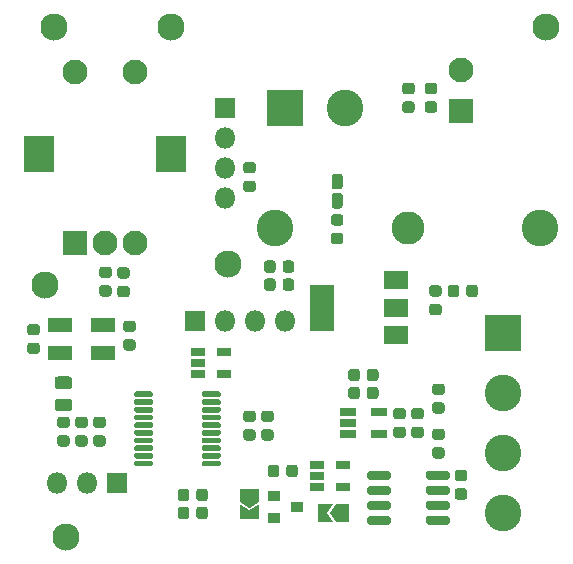
<source format=gbr>
%TF.GenerationSoftware,KiCad,Pcbnew,5.1.6*%
%TF.CreationDate,2020-09-04T20:47:42+02:00*%
%TF.ProjectId,JBC_Nano_Hardware,4a42435f-4e61-46e6-9f5f-486172647761,rev?*%
%TF.SameCoordinates,Original*%
%TF.FileFunction,Soldermask,Top*%
%TF.FilePolarity,Negative*%
%FSLAX46Y46*%
G04 Gerber Fmt 4.6, Leading zero omitted, Abs format (unit mm)*
G04 Created by KiCad (PCBNEW 5.1.6) date 2020-09-04 20:47:42*
%MOMM*%
%LPD*%
G01*
G04 APERTURE LIST*
%ADD10C,2.300000*%
%ADD11R,2.100000X2.100000*%
%ADD12C,2.100000*%
%ADD13C,3.100000*%
%ADD14C,2.800000*%
%ADD15R,3.100000X3.100000*%
%ADD16R,1.800000X1.800000*%
%ADD17O,1.800000X1.800000*%
%ADD18C,0.100000*%
%ADD19R,2.600000X3.100000*%
%ADD20R,1.320000X0.750000*%
%ADD21R,2.000000X1.200000*%
%ADD22R,1.000000X0.900000*%
%ADD23R,1.160000X0.750000*%
%ADD24R,2.100000X3.900000*%
%ADD25R,2.100000X1.600000*%
G04 APERTURE END LIST*
D10*
%TO.C,REF\u002A\u002A*%
X26924000Y-68326000D03*
%TD*%
%TO.C,REF\u002A\u002A*%
X67564000Y-25146000D03*
%TD*%
%TO.C,REF\u002A\u002A*%
X40640000Y-45212000D03*
%TD*%
%TO.C,REF\u002A\u002A*%
X25146000Y-46990000D03*
%TD*%
%TO.C,REF\u002A\u002A*%
X35814000Y-25146000D03*
%TD*%
%TO.C,REF\u002A\u002A*%
X25908000Y-25146000D03*
%TD*%
%TO.C,C1*%
G36*
G01*
X42136750Y-59202500D02*
X42699250Y-59202500D01*
G75*
G02*
X42943000Y-59446250I0J-243750D01*
G01*
X42943000Y-59933750D01*
G75*
G02*
X42699250Y-60177500I-243750J0D01*
G01*
X42136750Y-60177500D01*
G75*
G02*
X41893000Y-59933750I0J243750D01*
G01*
X41893000Y-59446250D01*
G75*
G02*
X42136750Y-59202500I243750J0D01*
G01*
G37*
G36*
G01*
X42136750Y-57627500D02*
X42699250Y-57627500D01*
G75*
G02*
X42943000Y-57871250I0J-243750D01*
G01*
X42943000Y-58358750D01*
G75*
G02*
X42699250Y-58602500I-243750J0D01*
G01*
X42136750Y-58602500D01*
G75*
G02*
X41893000Y-58358750I0J243750D01*
G01*
X41893000Y-57871250D01*
G75*
G02*
X42136750Y-57627500I243750J0D01*
G01*
G37*
%TD*%
%TO.C,C2*%
G36*
G01*
X43660750Y-57627500D02*
X44223250Y-57627500D01*
G75*
G02*
X44467000Y-57871250I0J-243750D01*
G01*
X44467000Y-58358750D01*
G75*
G02*
X44223250Y-58602500I-243750J0D01*
G01*
X43660750Y-58602500D01*
G75*
G02*
X43417000Y-58358750I0J243750D01*
G01*
X43417000Y-57871250D01*
G75*
G02*
X43660750Y-57627500I243750J0D01*
G01*
G37*
G36*
G01*
X43660750Y-59202500D02*
X44223250Y-59202500D01*
G75*
G02*
X44467000Y-59446250I0J-243750D01*
G01*
X44467000Y-59933750D01*
G75*
G02*
X44223250Y-60177500I-243750J0D01*
G01*
X43660750Y-60177500D01*
G75*
G02*
X43417000Y-59933750I0J243750D01*
G01*
X43417000Y-59446250D01*
G75*
G02*
X43660750Y-59202500I243750J0D01*
G01*
G37*
%TD*%
%TO.C,C3*%
G36*
G01*
X31976750Y-51582500D02*
X32539250Y-51582500D01*
G75*
G02*
X32783000Y-51826250I0J-243750D01*
G01*
X32783000Y-52313750D01*
G75*
G02*
X32539250Y-52557500I-243750J0D01*
G01*
X31976750Y-52557500D01*
G75*
G02*
X31733000Y-52313750I0J243750D01*
G01*
X31733000Y-51826250D01*
G75*
G02*
X31976750Y-51582500I243750J0D01*
G01*
G37*
G36*
G01*
X31976750Y-50007500D02*
X32539250Y-50007500D01*
G75*
G02*
X32783000Y-50251250I0J-243750D01*
G01*
X32783000Y-50738750D01*
G75*
G02*
X32539250Y-50982500I-243750J0D01*
G01*
X31976750Y-50982500D01*
G75*
G02*
X31733000Y-50738750I0J243750D01*
G01*
X31733000Y-50251250D01*
G75*
G02*
X31976750Y-50007500I243750J0D01*
G01*
G37*
%TD*%
%TO.C,C4*%
G36*
G01*
X56161250Y-30840500D02*
X55598750Y-30840500D01*
G75*
G02*
X55355000Y-30596750I0J243750D01*
G01*
X55355000Y-30109250D01*
G75*
G02*
X55598750Y-29865500I243750J0D01*
G01*
X56161250Y-29865500D01*
G75*
G02*
X56405000Y-30109250I0J-243750D01*
G01*
X56405000Y-30596750D01*
G75*
G02*
X56161250Y-30840500I-243750J0D01*
G01*
G37*
G36*
G01*
X56161250Y-32415500D02*
X55598750Y-32415500D01*
G75*
G02*
X55355000Y-32171750I0J243750D01*
G01*
X55355000Y-31684250D01*
G75*
G02*
X55598750Y-31440500I243750J0D01*
G01*
X56161250Y-31440500D01*
G75*
G02*
X56405000Y-31684250I0J-243750D01*
G01*
X56405000Y-32171750D01*
G75*
G02*
X56161250Y-32415500I-243750J0D01*
G01*
G37*
%TD*%
%TO.C,C5*%
G36*
G01*
X29436750Y-58135500D02*
X29999250Y-58135500D01*
G75*
G02*
X30243000Y-58379250I0J-243750D01*
G01*
X30243000Y-58866750D01*
G75*
G02*
X29999250Y-59110500I-243750J0D01*
G01*
X29436750Y-59110500D01*
G75*
G02*
X29193000Y-58866750I0J243750D01*
G01*
X29193000Y-58379250D01*
G75*
G02*
X29436750Y-58135500I243750J0D01*
G01*
G37*
G36*
G01*
X29436750Y-59710500D02*
X29999250Y-59710500D01*
G75*
G02*
X30243000Y-59954250I0J-243750D01*
G01*
X30243000Y-60441750D01*
G75*
G02*
X29999250Y-60685500I-243750J0D01*
G01*
X29436750Y-60685500D01*
G75*
G02*
X29193000Y-60441750I0J243750D01*
G01*
X29193000Y-59954250D01*
G75*
G02*
X29436750Y-59710500I243750J0D01*
G01*
G37*
%TD*%
%TO.C,C6*%
G36*
G01*
X24411250Y-52837000D02*
X23848750Y-52837000D01*
G75*
G02*
X23605000Y-52593250I0J243750D01*
G01*
X23605000Y-52105750D01*
G75*
G02*
X23848750Y-51862000I243750J0D01*
G01*
X24411250Y-51862000D01*
G75*
G02*
X24655000Y-52105750I0J-243750D01*
G01*
X24655000Y-52593250D01*
G75*
G02*
X24411250Y-52837000I-243750J0D01*
G01*
G37*
G36*
G01*
X24411250Y-51262000D02*
X23848750Y-51262000D01*
G75*
G02*
X23605000Y-51018250I0J243750D01*
G01*
X23605000Y-50530750D01*
G75*
G02*
X23848750Y-50287000I243750J0D01*
G01*
X24411250Y-50287000D01*
G75*
G02*
X24655000Y-50530750I0J-243750D01*
G01*
X24655000Y-51018250D01*
G75*
G02*
X24411250Y-51262000I-243750J0D01*
G01*
G37*
%TD*%
%TO.C,C7*%
G36*
G01*
X58066250Y-30840500D02*
X57503750Y-30840500D01*
G75*
G02*
X57260000Y-30596750I0J243750D01*
G01*
X57260000Y-30109250D01*
G75*
G02*
X57503750Y-29865500I243750J0D01*
G01*
X58066250Y-29865500D01*
G75*
G02*
X58310000Y-30109250I0J-243750D01*
G01*
X58310000Y-30596750D01*
G75*
G02*
X58066250Y-30840500I-243750J0D01*
G01*
G37*
G36*
G01*
X58066250Y-32415500D02*
X57503750Y-32415500D01*
G75*
G02*
X57260000Y-32171750I0J243750D01*
G01*
X57260000Y-31684250D01*
G75*
G02*
X57503750Y-31440500I243750J0D01*
G01*
X58066250Y-31440500D01*
G75*
G02*
X58310000Y-31684250I0J-243750D01*
G01*
X58310000Y-32171750D01*
G75*
G02*
X58066250Y-32415500I-243750J0D01*
G01*
G37*
%TD*%
%TO.C,C8*%
G36*
G01*
X27912750Y-59710500D02*
X28475250Y-59710500D01*
G75*
G02*
X28719000Y-59954250I0J-243750D01*
G01*
X28719000Y-60441750D01*
G75*
G02*
X28475250Y-60685500I-243750J0D01*
G01*
X27912750Y-60685500D01*
G75*
G02*
X27669000Y-60441750I0J243750D01*
G01*
X27669000Y-59954250D01*
G75*
G02*
X27912750Y-59710500I243750J0D01*
G01*
G37*
G36*
G01*
X27912750Y-58135500D02*
X28475250Y-58135500D01*
G75*
G02*
X28719000Y-58379250I0J-243750D01*
G01*
X28719000Y-58866750D01*
G75*
G02*
X28475250Y-59110500I-243750J0D01*
G01*
X27912750Y-59110500D01*
G75*
G02*
X27669000Y-58866750I0J243750D01*
G01*
X27669000Y-58379250D01*
G75*
G02*
X27912750Y-58135500I243750J0D01*
G01*
G37*
%TD*%
D11*
%TO.C,C9*%
X60325000Y-32258000D03*
D12*
X60325000Y-28758000D03*
%TD*%
%TO.C,C10*%
G36*
G01*
X26388750Y-58135500D02*
X26951250Y-58135500D01*
G75*
G02*
X27195000Y-58379250I0J-243750D01*
G01*
X27195000Y-58866750D01*
G75*
G02*
X26951250Y-59110500I-243750J0D01*
G01*
X26388750Y-59110500D01*
G75*
G02*
X26145000Y-58866750I0J243750D01*
G01*
X26145000Y-58379250D01*
G75*
G02*
X26388750Y-58135500I243750J0D01*
G01*
G37*
G36*
G01*
X26388750Y-59710500D02*
X26951250Y-59710500D01*
G75*
G02*
X27195000Y-59954250I0J-243750D01*
G01*
X27195000Y-60441750D01*
G75*
G02*
X26951250Y-60685500I-243750J0D01*
G01*
X26388750Y-60685500D01*
G75*
G02*
X26145000Y-60441750I0J243750D01*
G01*
X26145000Y-59954250D01*
G75*
G02*
X26388750Y-59710500I243750J0D01*
G01*
G37*
%TD*%
%TO.C,C11*%
G36*
G01*
X44630000Y-46684750D02*
X44630000Y-47247250D01*
G75*
G02*
X44386250Y-47491000I-243750J0D01*
G01*
X43898750Y-47491000D01*
G75*
G02*
X43655000Y-47247250I0J243750D01*
G01*
X43655000Y-46684750D01*
G75*
G02*
X43898750Y-46441000I243750J0D01*
G01*
X44386250Y-46441000D01*
G75*
G02*
X44630000Y-46684750I0J-243750D01*
G01*
G37*
G36*
G01*
X46205000Y-46684750D02*
X46205000Y-47247250D01*
G75*
G02*
X45961250Y-47491000I-243750J0D01*
G01*
X45473750Y-47491000D01*
G75*
G02*
X45230000Y-47247250I0J243750D01*
G01*
X45230000Y-46684750D01*
G75*
G02*
X45473750Y-46441000I243750J0D01*
G01*
X45961250Y-46441000D01*
G75*
G02*
X46205000Y-46684750I0J-243750D01*
G01*
G37*
%TD*%
%TO.C,C12*%
G36*
G01*
X46205000Y-45160750D02*
X46205000Y-45723250D01*
G75*
G02*
X45961250Y-45967000I-243750J0D01*
G01*
X45473750Y-45967000D01*
G75*
G02*
X45230000Y-45723250I0J243750D01*
G01*
X45230000Y-45160750D01*
G75*
G02*
X45473750Y-44917000I243750J0D01*
G01*
X45961250Y-44917000D01*
G75*
G02*
X46205000Y-45160750I0J-243750D01*
G01*
G37*
G36*
G01*
X44630000Y-45160750D02*
X44630000Y-45723250D01*
G75*
G02*
X44386250Y-45967000I-243750J0D01*
G01*
X43898750Y-45967000D01*
G75*
G02*
X43655000Y-45723250I0J243750D01*
G01*
X43655000Y-45160750D01*
G75*
G02*
X43898750Y-44917000I243750J0D01*
G01*
X44386250Y-44917000D01*
G75*
G02*
X44630000Y-45160750I0J-243750D01*
G01*
G37*
%TD*%
%TO.C,C14*%
G36*
G01*
X46512500Y-62456750D02*
X46512500Y-63019250D01*
G75*
G02*
X46268750Y-63263000I-243750J0D01*
G01*
X45781250Y-63263000D01*
G75*
G02*
X45537500Y-63019250I0J243750D01*
G01*
X45537500Y-62456750D01*
G75*
G02*
X45781250Y-62213000I243750J0D01*
G01*
X46268750Y-62213000D01*
G75*
G02*
X46512500Y-62456750I0J-243750D01*
G01*
G37*
G36*
G01*
X44937500Y-62456750D02*
X44937500Y-63019250D01*
G75*
G02*
X44693750Y-63263000I-243750J0D01*
G01*
X44206250Y-63263000D01*
G75*
G02*
X43962500Y-63019250I0J243750D01*
G01*
X43962500Y-62456750D01*
G75*
G02*
X44206250Y-62213000I243750J0D01*
G01*
X44693750Y-62213000D01*
G75*
G02*
X44937500Y-62456750I0J-243750D01*
G01*
G37*
%TD*%
%TO.C,C15*%
G36*
G01*
X53345000Y-55852750D02*
X53345000Y-56415250D01*
G75*
G02*
X53101250Y-56659000I-243750J0D01*
G01*
X52613750Y-56659000D01*
G75*
G02*
X52370000Y-56415250I0J243750D01*
G01*
X52370000Y-55852750D01*
G75*
G02*
X52613750Y-55609000I243750J0D01*
G01*
X53101250Y-55609000D01*
G75*
G02*
X53345000Y-55852750I0J-243750D01*
G01*
G37*
G36*
G01*
X51770000Y-55852750D02*
X51770000Y-56415250D01*
G75*
G02*
X51526250Y-56659000I-243750J0D01*
G01*
X51038750Y-56659000D01*
G75*
G02*
X50795000Y-56415250I0J243750D01*
G01*
X50795000Y-55852750D01*
G75*
G02*
X51038750Y-55609000I243750J0D01*
G01*
X51526250Y-55609000D01*
G75*
G02*
X51770000Y-55852750I0J-243750D01*
G01*
G37*
%TD*%
%TO.C,C16*%
G36*
G01*
X51770000Y-54328750D02*
X51770000Y-54891250D01*
G75*
G02*
X51526250Y-55135000I-243750J0D01*
G01*
X51038750Y-55135000D01*
G75*
G02*
X50795000Y-54891250I0J243750D01*
G01*
X50795000Y-54328750D01*
G75*
G02*
X51038750Y-54085000I243750J0D01*
G01*
X51526250Y-54085000D01*
G75*
G02*
X51770000Y-54328750I0J-243750D01*
G01*
G37*
G36*
G01*
X53345000Y-54328750D02*
X53345000Y-54891250D01*
G75*
G02*
X53101250Y-55135000I-243750J0D01*
G01*
X52613750Y-55135000D01*
G75*
G02*
X52370000Y-54891250I0J243750D01*
G01*
X52370000Y-54328750D01*
G75*
G02*
X52613750Y-54085000I243750J0D01*
G01*
X53101250Y-54085000D01*
G75*
G02*
X53345000Y-54328750I0J-243750D01*
G01*
G37*
%TD*%
%TO.C,C13*%
G36*
G01*
X36342500Y-65051250D02*
X36342500Y-64488750D01*
G75*
G02*
X36586250Y-64245000I243750J0D01*
G01*
X37073750Y-64245000D01*
G75*
G02*
X37317500Y-64488750I0J-243750D01*
G01*
X37317500Y-65051250D01*
G75*
G02*
X37073750Y-65295000I-243750J0D01*
G01*
X36586250Y-65295000D01*
G75*
G02*
X36342500Y-65051250I0J243750D01*
G01*
G37*
G36*
G01*
X37917500Y-65051250D02*
X37917500Y-64488750D01*
G75*
G02*
X38161250Y-64245000I243750J0D01*
G01*
X38648750Y-64245000D01*
G75*
G02*
X38892500Y-64488750I0J-243750D01*
G01*
X38892500Y-65051250D01*
G75*
G02*
X38648750Y-65295000I-243750J0D01*
G01*
X38161250Y-65295000D01*
G75*
G02*
X37917500Y-65051250I0J243750D01*
G01*
G37*
%TD*%
%TO.C,D1*%
G36*
G01*
X58138750Y-55341500D02*
X58701250Y-55341500D01*
G75*
G02*
X58945000Y-55585250I0J-243750D01*
G01*
X58945000Y-56072750D01*
G75*
G02*
X58701250Y-56316500I-243750J0D01*
G01*
X58138750Y-56316500D01*
G75*
G02*
X57895000Y-56072750I0J243750D01*
G01*
X57895000Y-55585250D01*
G75*
G02*
X58138750Y-55341500I243750J0D01*
G01*
G37*
G36*
G01*
X58138750Y-56916500D02*
X58701250Y-56916500D01*
G75*
G02*
X58945000Y-57160250I0J-243750D01*
G01*
X58945000Y-57647750D01*
G75*
G02*
X58701250Y-57891500I-243750J0D01*
G01*
X58138750Y-57891500D01*
G75*
G02*
X57895000Y-57647750I0J243750D01*
G01*
X57895000Y-57160250D01*
G75*
G02*
X58138750Y-56916500I243750J0D01*
G01*
G37*
%TD*%
D13*
%TO.C,F1*%
X67056000Y-42164000D03*
X44556000Y-42164000D03*
D14*
X55806000Y-42164000D03*
%TD*%
D15*
%TO.C,J1*%
X45466000Y-32004000D03*
D13*
X50546000Y-32004000D03*
%TD*%
D16*
%TO.C,J3*%
X37846000Y-50038000D03*
D17*
X40386000Y-50038000D03*
X42926000Y-50038000D03*
X45466000Y-50038000D03*
%TD*%
D16*
%TO.C,J4*%
X31242000Y-63754000D03*
D17*
X28702000Y-63754000D03*
X26162000Y-63754000D03*
%TD*%
D16*
%TO.C,J5*%
X40386000Y-32004000D03*
D17*
X40386000Y-34544000D03*
X40386000Y-37084000D03*
X40386000Y-39624000D03*
%TD*%
D18*
%TO.C,JP1*%
G36*
X43217039Y-66803755D02*
G01*
X43214194Y-66813134D01*
X43209573Y-66821779D01*
X43203355Y-66829355D01*
X43195779Y-66835573D01*
X43187134Y-66840194D01*
X43177755Y-66843039D01*
X43168000Y-66844000D01*
X41668000Y-66844000D01*
X41658245Y-66843039D01*
X41648866Y-66840194D01*
X41640221Y-66835573D01*
X41632645Y-66829355D01*
X41626427Y-66821779D01*
X41621806Y-66813134D01*
X41618961Y-66803755D01*
X41618000Y-66794000D01*
X41618000Y-65644000D01*
X41618961Y-65634245D01*
X41621806Y-65624866D01*
X41626427Y-65616221D01*
X41632645Y-65608645D01*
X41640221Y-65602427D01*
X41648866Y-65597806D01*
X41658245Y-65594961D01*
X41668000Y-65594000D01*
X41677755Y-65594961D01*
X41687134Y-65597806D01*
X41695735Y-65602397D01*
X42418000Y-66083907D01*
X43140265Y-65602397D01*
X43148914Y-65597786D01*
X43158297Y-65594951D01*
X43168052Y-65594000D01*
X43177806Y-65594971D01*
X43187182Y-65597826D01*
X43195822Y-65602456D01*
X43203392Y-65608682D01*
X43209603Y-65616265D01*
X43214214Y-65624914D01*
X43217049Y-65634297D01*
X43218000Y-65644000D01*
X43218000Y-66794000D01*
X43217039Y-66803755D01*
G37*
G36*
X43217039Y-65353755D02*
G01*
X43214194Y-65363134D01*
X43209573Y-65371779D01*
X43203355Y-65379355D01*
X43195735Y-65385603D01*
X42445735Y-65885603D01*
X42437086Y-65890214D01*
X42427703Y-65893049D01*
X42417948Y-65894000D01*
X42408194Y-65893029D01*
X42398818Y-65890174D01*
X42390265Y-65885603D01*
X41640265Y-65385603D01*
X41632682Y-65379392D01*
X41626456Y-65371822D01*
X41621826Y-65363182D01*
X41618971Y-65353806D01*
X41618000Y-65344000D01*
X41618000Y-64344000D01*
X41618961Y-64334245D01*
X41621806Y-64324866D01*
X41626427Y-64316221D01*
X41632645Y-64308645D01*
X41640221Y-64302427D01*
X41648866Y-64297806D01*
X41658245Y-64294961D01*
X41668000Y-64294000D01*
X43168000Y-64294000D01*
X43177755Y-64294961D01*
X43187134Y-64297806D01*
X43195779Y-64302427D01*
X43203355Y-64308645D01*
X43209573Y-64316221D01*
X43214194Y-64324866D01*
X43217039Y-64334245D01*
X43218000Y-64344000D01*
X43218000Y-65344000D01*
X43217039Y-65353755D01*
G37*
%TD*%
%TO.C,JP2*%
G36*
X49745245Y-67093039D02*
G01*
X49735866Y-67090194D01*
X49727221Y-67085573D01*
X49719645Y-67079355D01*
X49713397Y-67071735D01*
X49213397Y-66321735D01*
X49208786Y-66313086D01*
X49205951Y-66303703D01*
X49205000Y-66293948D01*
X49205971Y-66284194D01*
X49208826Y-66274818D01*
X49213397Y-66266265D01*
X49713397Y-65516265D01*
X49719608Y-65508682D01*
X49727178Y-65502456D01*
X49735818Y-65497826D01*
X49745194Y-65494971D01*
X49755000Y-65494000D01*
X50755000Y-65494000D01*
X50764755Y-65494961D01*
X50774134Y-65497806D01*
X50782779Y-65502427D01*
X50790355Y-65508645D01*
X50796573Y-65516221D01*
X50801194Y-65524866D01*
X50804039Y-65534245D01*
X50805000Y-65544000D01*
X50805000Y-67044000D01*
X50804039Y-67053755D01*
X50801194Y-67063134D01*
X50796573Y-67071779D01*
X50790355Y-67079355D01*
X50782779Y-67085573D01*
X50774134Y-67090194D01*
X50764755Y-67093039D01*
X50755000Y-67094000D01*
X49755000Y-67094000D01*
X49745245Y-67093039D01*
G37*
G36*
X48295245Y-67093039D02*
G01*
X48285866Y-67090194D01*
X48277221Y-67085573D01*
X48269645Y-67079355D01*
X48263427Y-67071779D01*
X48258806Y-67063134D01*
X48255961Y-67053755D01*
X48255000Y-67044000D01*
X48255000Y-65544000D01*
X48255961Y-65534245D01*
X48258806Y-65524866D01*
X48263427Y-65516221D01*
X48269645Y-65508645D01*
X48277221Y-65502427D01*
X48285866Y-65497806D01*
X48295245Y-65494961D01*
X48305000Y-65494000D01*
X49455000Y-65494000D01*
X49464755Y-65494961D01*
X49474134Y-65497806D01*
X49482779Y-65502427D01*
X49490355Y-65508645D01*
X49496573Y-65516221D01*
X49501194Y-65524866D01*
X49504039Y-65534245D01*
X49505000Y-65544000D01*
X49504039Y-65553755D01*
X49501194Y-65563134D01*
X49496603Y-65571735D01*
X49015093Y-66294000D01*
X49496603Y-67016265D01*
X49501214Y-67024914D01*
X49504049Y-67034297D01*
X49505000Y-67044052D01*
X49504029Y-67053806D01*
X49501174Y-67063182D01*
X49496544Y-67071822D01*
X49490318Y-67079392D01*
X49482735Y-67085603D01*
X49474086Y-67090214D01*
X49464703Y-67093049D01*
X49455000Y-67094000D01*
X48305000Y-67094000D01*
X48295245Y-67093039D01*
G37*
%TD*%
%TO.C,L1*%
G36*
G01*
X26188750Y-56612500D02*
X27151250Y-56612500D01*
G75*
G02*
X27420000Y-56881250I0J-268750D01*
G01*
X27420000Y-57418750D01*
G75*
G02*
X27151250Y-57687500I-268750J0D01*
G01*
X26188750Y-57687500D01*
G75*
G02*
X25920000Y-57418750I0J268750D01*
G01*
X25920000Y-56881250D01*
G75*
G02*
X26188750Y-56612500I268750J0D01*
G01*
G37*
G36*
G01*
X26188750Y-54737500D02*
X27151250Y-54737500D01*
G75*
G02*
X27420000Y-55006250I0J-268750D01*
G01*
X27420000Y-55543750D01*
G75*
G02*
X27151250Y-55812500I-268750J0D01*
G01*
X26188750Y-55812500D01*
G75*
G02*
X25920000Y-55543750I0J268750D01*
G01*
X25920000Y-55006250D01*
G75*
G02*
X26188750Y-54737500I268750J0D01*
G01*
G37*
%TD*%
%TO.C,Q1*%
G36*
G01*
X59380000Y-66754000D02*
X59380000Y-67104000D01*
G75*
G02*
X59205000Y-67279000I-175000J0D01*
G01*
X57505000Y-67279000D01*
G75*
G02*
X57330000Y-67104000I0J175000D01*
G01*
X57330000Y-66754000D01*
G75*
G02*
X57505000Y-66579000I175000J0D01*
G01*
X59205000Y-66579000D01*
G75*
G02*
X59380000Y-66754000I0J-175000D01*
G01*
G37*
G36*
G01*
X59380000Y-65484000D02*
X59380000Y-65834000D01*
G75*
G02*
X59205000Y-66009000I-175000J0D01*
G01*
X57505000Y-66009000D01*
G75*
G02*
X57330000Y-65834000I0J175000D01*
G01*
X57330000Y-65484000D01*
G75*
G02*
X57505000Y-65309000I175000J0D01*
G01*
X59205000Y-65309000D01*
G75*
G02*
X59380000Y-65484000I0J-175000D01*
G01*
G37*
G36*
G01*
X59380000Y-64214000D02*
X59380000Y-64564000D01*
G75*
G02*
X59205000Y-64739000I-175000J0D01*
G01*
X57505000Y-64739000D01*
G75*
G02*
X57330000Y-64564000I0J175000D01*
G01*
X57330000Y-64214000D01*
G75*
G02*
X57505000Y-64039000I175000J0D01*
G01*
X59205000Y-64039000D01*
G75*
G02*
X59380000Y-64214000I0J-175000D01*
G01*
G37*
G36*
G01*
X59380000Y-62944000D02*
X59380000Y-63294000D01*
G75*
G02*
X59205000Y-63469000I-175000J0D01*
G01*
X57505000Y-63469000D01*
G75*
G02*
X57330000Y-63294000I0J175000D01*
G01*
X57330000Y-62944000D01*
G75*
G02*
X57505000Y-62769000I175000J0D01*
G01*
X59205000Y-62769000D01*
G75*
G02*
X59380000Y-62944000I0J-175000D01*
G01*
G37*
G36*
G01*
X54430000Y-62944000D02*
X54430000Y-63294000D01*
G75*
G02*
X54255000Y-63469000I-175000J0D01*
G01*
X52555000Y-63469000D01*
G75*
G02*
X52380000Y-63294000I0J175000D01*
G01*
X52380000Y-62944000D01*
G75*
G02*
X52555000Y-62769000I175000J0D01*
G01*
X54255000Y-62769000D01*
G75*
G02*
X54430000Y-62944000I0J-175000D01*
G01*
G37*
G36*
G01*
X54430000Y-64214000D02*
X54430000Y-64564000D01*
G75*
G02*
X54255000Y-64739000I-175000J0D01*
G01*
X52555000Y-64739000D01*
G75*
G02*
X52380000Y-64564000I0J175000D01*
G01*
X52380000Y-64214000D01*
G75*
G02*
X52555000Y-64039000I175000J0D01*
G01*
X54255000Y-64039000D01*
G75*
G02*
X54430000Y-64214000I0J-175000D01*
G01*
G37*
G36*
G01*
X54430000Y-65484000D02*
X54430000Y-65834000D01*
G75*
G02*
X54255000Y-66009000I-175000J0D01*
G01*
X52555000Y-66009000D01*
G75*
G02*
X52380000Y-65834000I0J175000D01*
G01*
X52380000Y-65484000D01*
G75*
G02*
X52555000Y-65309000I175000J0D01*
G01*
X54255000Y-65309000D01*
G75*
G02*
X54430000Y-65484000I0J-175000D01*
G01*
G37*
G36*
G01*
X54430000Y-66754000D02*
X54430000Y-67104000D01*
G75*
G02*
X54255000Y-67279000I-175000J0D01*
G01*
X52555000Y-67279000D01*
G75*
G02*
X52380000Y-67104000I0J175000D01*
G01*
X52380000Y-66754000D01*
G75*
G02*
X52555000Y-66579000I175000J0D01*
G01*
X54255000Y-66579000D01*
G75*
G02*
X54430000Y-66754000I0J-175000D01*
G01*
G37*
%TD*%
%TO.C,R1*%
G36*
G01*
X60043750Y-64206500D02*
X60606250Y-64206500D01*
G75*
G02*
X60850000Y-64450250I0J-243750D01*
G01*
X60850000Y-64937750D01*
G75*
G02*
X60606250Y-65181500I-243750J0D01*
G01*
X60043750Y-65181500D01*
G75*
G02*
X59800000Y-64937750I0J243750D01*
G01*
X59800000Y-64450250D01*
G75*
G02*
X60043750Y-64206500I243750J0D01*
G01*
G37*
G36*
G01*
X60043750Y-62631500D02*
X60606250Y-62631500D01*
G75*
G02*
X60850000Y-62875250I0J-243750D01*
G01*
X60850000Y-63362750D01*
G75*
G02*
X60606250Y-63606500I-243750J0D01*
G01*
X60043750Y-63606500D01*
G75*
G02*
X59800000Y-63362750I0J243750D01*
G01*
X59800000Y-62875250D01*
G75*
G02*
X60043750Y-62631500I243750J0D01*
G01*
G37*
%TD*%
%TO.C,R3*%
G36*
G01*
X58138750Y-59151500D02*
X58701250Y-59151500D01*
G75*
G02*
X58945000Y-59395250I0J-243750D01*
G01*
X58945000Y-59882750D01*
G75*
G02*
X58701250Y-60126500I-243750J0D01*
G01*
X58138750Y-60126500D01*
G75*
G02*
X57895000Y-59882750I0J243750D01*
G01*
X57895000Y-59395250D01*
G75*
G02*
X58138750Y-59151500I243750J0D01*
G01*
G37*
G36*
G01*
X58138750Y-60726500D02*
X58701250Y-60726500D01*
G75*
G02*
X58945000Y-60970250I0J-243750D01*
G01*
X58945000Y-61457750D01*
G75*
G02*
X58701250Y-61701500I-243750J0D01*
G01*
X58138750Y-61701500D01*
G75*
G02*
X57895000Y-61457750I0J243750D01*
G01*
X57895000Y-60970250D01*
G75*
G02*
X58138750Y-60726500I243750J0D01*
G01*
G37*
%TD*%
%TO.C,R5*%
G36*
G01*
X54836750Y-58974000D02*
X55399250Y-58974000D01*
G75*
G02*
X55643000Y-59217750I0J-243750D01*
G01*
X55643000Y-59705250D01*
G75*
G02*
X55399250Y-59949000I-243750J0D01*
G01*
X54836750Y-59949000D01*
G75*
G02*
X54593000Y-59705250I0J243750D01*
G01*
X54593000Y-59217750D01*
G75*
G02*
X54836750Y-58974000I243750J0D01*
G01*
G37*
G36*
G01*
X54836750Y-57399000D02*
X55399250Y-57399000D01*
G75*
G02*
X55643000Y-57642750I0J-243750D01*
G01*
X55643000Y-58130250D01*
G75*
G02*
X55399250Y-58374000I-243750J0D01*
G01*
X54836750Y-58374000D01*
G75*
G02*
X54593000Y-58130250I0J243750D01*
G01*
X54593000Y-57642750D01*
G75*
G02*
X54836750Y-57399000I243750J0D01*
G01*
G37*
%TD*%
%TO.C,R6*%
G36*
G01*
X56923250Y-59949000D02*
X56360750Y-59949000D01*
G75*
G02*
X56117000Y-59705250I0J243750D01*
G01*
X56117000Y-59217750D01*
G75*
G02*
X56360750Y-58974000I243750J0D01*
G01*
X56923250Y-58974000D01*
G75*
G02*
X57167000Y-59217750I0J-243750D01*
G01*
X57167000Y-59705250D01*
G75*
G02*
X56923250Y-59949000I-243750J0D01*
G01*
G37*
G36*
G01*
X56923250Y-58374000D02*
X56360750Y-58374000D01*
G75*
G02*
X56117000Y-58130250I0J243750D01*
G01*
X56117000Y-57642750D01*
G75*
G02*
X56360750Y-57399000I243750J0D01*
G01*
X56923250Y-57399000D01*
G75*
G02*
X57167000Y-57642750I0J-243750D01*
G01*
X57167000Y-58130250D01*
G75*
G02*
X56923250Y-58374000I-243750J0D01*
G01*
G37*
%TD*%
%TO.C,R2*%
G36*
G01*
X36342500Y-66575250D02*
X36342500Y-66012750D01*
G75*
G02*
X36586250Y-65769000I243750J0D01*
G01*
X37073750Y-65769000D01*
G75*
G02*
X37317500Y-66012750I0J-243750D01*
G01*
X37317500Y-66575250D01*
G75*
G02*
X37073750Y-66819000I-243750J0D01*
G01*
X36586250Y-66819000D01*
G75*
G02*
X36342500Y-66575250I0J243750D01*
G01*
G37*
G36*
G01*
X37917500Y-66575250D02*
X37917500Y-66012750D01*
G75*
G02*
X38161250Y-65769000I243750J0D01*
G01*
X38648750Y-65769000D01*
G75*
G02*
X38892500Y-66012750I0J-243750D01*
G01*
X38892500Y-66575250D01*
G75*
G02*
X38648750Y-66819000I-243750J0D01*
G01*
X38161250Y-66819000D01*
G75*
G02*
X37917500Y-66575250I0J243750D01*
G01*
G37*
%TD*%
%TO.C,R7*%
G36*
G01*
X58447250Y-49560500D02*
X57884750Y-49560500D01*
G75*
G02*
X57641000Y-49316750I0J243750D01*
G01*
X57641000Y-48829250D01*
G75*
G02*
X57884750Y-48585500I243750J0D01*
G01*
X58447250Y-48585500D01*
G75*
G02*
X58691000Y-48829250I0J-243750D01*
G01*
X58691000Y-49316750D01*
G75*
G02*
X58447250Y-49560500I-243750J0D01*
G01*
G37*
G36*
G01*
X58447250Y-47985500D02*
X57884750Y-47985500D01*
G75*
G02*
X57641000Y-47741750I0J243750D01*
G01*
X57641000Y-47254250D01*
G75*
G02*
X57884750Y-47010500I243750J0D01*
G01*
X58447250Y-47010500D01*
G75*
G02*
X58691000Y-47254250I0J-243750D01*
G01*
X58691000Y-47741750D01*
G75*
G02*
X58447250Y-47985500I-243750J0D01*
G01*
G37*
%TD*%
%TO.C,R8*%
G36*
G01*
X60777500Y-47779250D02*
X60777500Y-47216750D01*
G75*
G02*
X61021250Y-46973000I243750J0D01*
G01*
X61508750Y-46973000D01*
G75*
G02*
X61752500Y-47216750I0J-243750D01*
G01*
X61752500Y-47779250D01*
G75*
G02*
X61508750Y-48023000I-243750J0D01*
G01*
X61021250Y-48023000D01*
G75*
G02*
X60777500Y-47779250I0J243750D01*
G01*
G37*
G36*
G01*
X59202500Y-47779250D02*
X59202500Y-47216750D01*
G75*
G02*
X59446250Y-46973000I243750J0D01*
G01*
X59933750Y-46973000D01*
G75*
G02*
X60177500Y-47216750I0J-243750D01*
G01*
X60177500Y-47779250D01*
G75*
G02*
X59933750Y-48023000I-243750J0D01*
G01*
X59446250Y-48023000D01*
G75*
G02*
X59202500Y-47779250I0J243750D01*
G01*
G37*
%TD*%
%TO.C,R9*%
G36*
G01*
X31468750Y-47061500D02*
X32031250Y-47061500D01*
G75*
G02*
X32275000Y-47305250I0J-243750D01*
G01*
X32275000Y-47792750D01*
G75*
G02*
X32031250Y-48036500I-243750J0D01*
G01*
X31468750Y-48036500D01*
G75*
G02*
X31225000Y-47792750I0J243750D01*
G01*
X31225000Y-47305250D01*
G75*
G02*
X31468750Y-47061500I243750J0D01*
G01*
G37*
G36*
G01*
X31468750Y-45486500D02*
X32031250Y-45486500D01*
G75*
G02*
X32275000Y-45730250I0J-243750D01*
G01*
X32275000Y-46217750D01*
G75*
G02*
X32031250Y-46461500I-243750J0D01*
G01*
X31468750Y-46461500D01*
G75*
G02*
X31225000Y-46217750I0J243750D01*
G01*
X31225000Y-45730250D01*
G75*
G02*
X31468750Y-45486500I243750J0D01*
G01*
G37*
%TD*%
%TO.C,R10*%
G36*
G01*
X30507250Y-47985500D02*
X29944750Y-47985500D01*
G75*
G02*
X29701000Y-47741750I0J243750D01*
G01*
X29701000Y-47254250D01*
G75*
G02*
X29944750Y-47010500I243750J0D01*
G01*
X30507250Y-47010500D01*
G75*
G02*
X30751000Y-47254250I0J-243750D01*
G01*
X30751000Y-47741750D01*
G75*
G02*
X30507250Y-47985500I-243750J0D01*
G01*
G37*
G36*
G01*
X30507250Y-46410500D02*
X29944750Y-46410500D01*
G75*
G02*
X29701000Y-46166750I0J243750D01*
G01*
X29701000Y-45679250D01*
G75*
G02*
X29944750Y-45435500I243750J0D01*
G01*
X30507250Y-45435500D01*
G75*
G02*
X30751000Y-45679250I0J-243750D01*
G01*
X30751000Y-46166750D01*
G75*
G02*
X30507250Y-46410500I-243750J0D01*
G01*
G37*
%TD*%
D12*
%TO.C,SW1*%
X32686000Y-28934000D03*
X27686000Y-28934000D03*
D19*
X35786000Y-35934000D03*
X24586000Y-35934000D03*
D12*
X32686000Y-43434000D03*
X30186000Y-43434000D03*
D11*
X27686000Y-43434000D03*
%TD*%
%TO.C,U1*%
G36*
G01*
X32672000Y-56382000D02*
X32672000Y-56132000D01*
G75*
G02*
X32797000Y-56007000I125000J0D01*
G01*
X34122000Y-56007000D01*
G75*
G02*
X34247000Y-56132000I0J-125000D01*
G01*
X34247000Y-56382000D01*
G75*
G02*
X34122000Y-56507000I-125000J0D01*
G01*
X32797000Y-56507000D01*
G75*
G02*
X32672000Y-56382000I0J125000D01*
G01*
G37*
G36*
G01*
X32672000Y-57032000D02*
X32672000Y-56782000D01*
G75*
G02*
X32797000Y-56657000I125000J0D01*
G01*
X34122000Y-56657000D01*
G75*
G02*
X34247000Y-56782000I0J-125000D01*
G01*
X34247000Y-57032000D01*
G75*
G02*
X34122000Y-57157000I-125000J0D01*
G01*
X32797000Y-57157000D01*
G75*
G02*
X32672000Y-57032000I0J125000D01*
G01*
G37*
G36*
G01*
X32672000Y-57682000D02*
X32672000Y-57432000D01*
G75*
G02*
X32797000Y-57307000I125000J0D01*
G01*
X34122000Y-57307000D01*
G75*
G02*
X34247000Y-57432000I0J-125000D01*
G01*
X34247000Y-57682000D01*
G75*
G02*
X34122000Y-57807000I-125000J0D01*
G01*
X32797000Y-57807000D01*
G75*
G02*
X32672000Y-57682000I0J125000D01*
G01*
G37*
G36*
G01*
X32672000Y-58332000D02*
X32672000Y-58082000D01*
G75*
G02*
X32797000Y-57957000I125000J0D01*
G01*
X34122000Y-57957000D01*
G75*
G02*
X34247000Y-58082000I0J-125000D01*
G01*
X34247000Y-58332000D01*
G75*
G02*
X34122000Y-58457000I-125000J0D01*
G01*
X32797000Y-58457000D01*
G75*
G02*
X32672000Y-58332000I0J125000D01*
G01*
G37*
G36*
G01*
X32672000Y-58982000D02*
X32672000Y-58732000D01*
G75*
G02*
X32797000Y-58607000I125000J0D01*
G01*
X34122000Y-58607000D01*
G75*
G02*
X34247000Y-58732000I0J-125000D01*
G01*
X34247000Y-58982000D01*
G75*
G02*
X34122000Y-59107000I-125000J0D01*
G01*
X32797000Y-59107000D01*
G75*
G02*
X32672000Y-58982000I0J125000D01*
G01*
G37*
G36*
G01*
X32672000Y-59632000D02*
X32672000Y-59382000D01*
G75*
G02*
X32797000Y-59257000I125000J0D01*
G01*
X34122000Y-59257000D01*
G75*
G02*
X34247000Y-59382000I0J-125000D01*
G01*
X34247000Y-59632000D01*
G75*
G02*
X34122000Y-59757000I-125000J0D01*
G01*
X32797000Y-59757000D01*
G75*
G02*
X32672000Y-59632000I0J125000D01*
G01*
G37*
G36*
G01*
X32672000Y-60282000D02*
X32672000Y-60032000D01*
G75*
G02*
X32797000Y-59907000I125000J0D01*
G01*
X34122000Y-59907000D01*
G75*
G02*
X34247000Y-60032000I0J-125000D01*
G01*
X34247000Y-60282000D01*
G75*
G02*
X34122000Y-60407000I-125000J0D01*
G01*
X32797000Y-60407000D01*
G75*
G02*
X32672000Y-60282000I0J125000D01*
G01*
G37*
G36*
G01*
X32672000Y-60932000D02*
X32672000Y-60682000D01*
G75*
G02*
X32797000Y-60557000I125000J0D01*
G01*
X34122000Y-60557000D01*
G75*
G02*
X34247000Y-60682000I0J-125000D01*
G01*
X34247000Y-60932000D01*
G75*
G02*
X34122000Y-61057000I-125000J0D01*
G01*
X32797000Y-61057000D01*
G75*
G02*
X32672000Y-60932000I0J125000D01*
G01*
G37*
G36*
G01*
X32672000Y-61582000D02*
X32672000Y-61332000D01*
G75*
G02*
X32797000Y-61207000I125000J0D01*
G01*
X34122000Y-61207000D01*
G75*
G02*
X34247000Y-61332000I0J-125000D01*
G01*
X34247000Y-61582000D01*
G75*
G02*
X34122000Y-61707000I-125000J0D01*
G01*
X32797000Y-61707000D01*
G75*
G02*
X32672000Y-61582000I0J125000D01*
G01*
G37*
G36*
G01*
X32672000Y-62232000D02*
X32672000Y-61982000D01*
G75*
G02*
X32797000Y-61857000I125000J0D01*
G01*
X34122000Y-61857000D01*
G75*
G02*
X34247000Y-61982000I0J-125000D01*
G01*
X34247000Y-62232000D01*
G75*
G02*
X34122000Y-62357000I-125000J0D01*
G01*
X32797000Y-62357000D01*
G75*
G02*
X32672000Y-62232000I0J125000D01*
G01*
G37*
G36*
G01*
X38397000Y-62232000D02*
X38397000Y-61982000D01*
G75*
G02*
X38522000Y-61857000I125000J0D01*
G01*
X39847000Y-61857000D01*
G75*
G02*
X39972000Y-61982000I0J-125000D01*
G01*
X39972000Y-62232000D01*
G75*
G02*
X39847000Y-62357000I-125000J0D01*
G01*
X38522000Y-62357000D01*
G75*
G02*
X38397000Y-62232000I0J125000D01*
G01*
G37*
G36*
G01*
X38397000Y-61582000D02*
X38397000Y-61332000D01*
G75*
G02*
X38522000Y-61207000I125000J0D01*
G01*
X39847000Y-61207000D01*
G75*
G02*
X39972000Y-61332000I0J-125000D01*
G01*
X39972000Y-61582000D01*
G75*
G02*
X39847000Y-61707000I-125000J0D01*
G01*
X38522000Y-61707000D01*
G75*
G02*
X38397000Y-61582000I0J125000D01*
G01*
G37*
G36*
G01*
X38397000Y-60932000D02*
X38397000Y-60682000D01*
G75*
G02*
X38522000Y-60557000I125000J0D01*
G01*
X39847000Y-60557000D01*
G75*
G02*
X39972000Y-60682000I0J-125000D01*
G01*
X39972000Y-60932000D01*
G75*
G02*
X39847000Y-61057000I-125000J0D01*
G01*
X38522000Y-61057000D01*
G75*
G02*
X38397000Y-60932000I0J125000D01*
G01*
G37*
G36*
G01*
X38397000Y-60282000D02*
X38397000Y-60032000D01*
G75*
G02*
X38522000Y-59907000I125000J0D01*
G01*
X39847000Y-59907000D01*
G75*
G02*
X39972000Y-60032000I0J-125000D01*
G01*
X39972000Y-60282000D01*
G75*
G02*
X39847000Y-60407000I-125000J0D01*
G01*
X38522000Y-60407000D01*
G75*
G02*
X38397000Y-60282000I0J125000D01*
G01*
G37*
G36*
G01*
X38397000Y-59632000D02*
X38397000Y-59382000D01*
G75*
G02*
X38522000Y-59257000I125000J0D01*
G01*
X39847000Y-59257000D01*
G75*
G02*
X39972000Y-59382000I0J-125000D01*
G01*
X39972000Y-59632000D01*
G75*
G02*
X39847000Y-59757000I-125000J0D01*
G01*
X38522000Y-59757000D01*
G75*
G02*
X38397000Y-59632000I0J125000D01*
G01*
G37*
G36*
G01*
X38397000Y-58982000D02*
X38397000Y-58732000D01*
G75*
G02*
X38522000Y-58607000I125000J0D01*
G01*
X39847000Y-58607000D01*
G75*
G02*
X39972000Y-58732000I0J-125000D01*
G01*
X39972000Y-58982000D01*
G75*
G02*
X39847000Y-59107000I-125000J0D01*
G01*
X38522000Y-59107000D01*
G75*
G02*
X38397000Y-58982000I0J125000D01*
G01*
G37*
G36*
G01*
X38397000Y-58332000D02*
X38397000Y-58082000D01*
G75*
G02*
X38522000Y-57957000I125000J0D01*
G01*
X39847000Y-57957000D01*
G75*
G02*
X39972000Y-58082000I0J-125000D01*
G01*
X39972000Y-58332000D01*
G75*
G02*
X39847000Y-58457000I-125000J0D01*
G01*
X38522000Y-58457000D01*
G75*
G02*
X38397000Y-58332000I0J125000D01*
G01*
G37*
G36*
G01*
X38397000Y-57682000D02*
X38397000Y-57432000D01*
G75*
G02*
X38522000Y-57307000I125000J0D01*
G01*
X39847000Y-57307000D01*
G75*
G02*
X39972000Y-57432000I0J-125000D01*
G01*
X39972000Y-57682000D01*
G75*
G02*
X39847000Y-57807000I-125000J0D01*
G01*
X38522000Y-57807000D01*
G75*
G02*
X38397000Y-57682000I0J125000D01*
G01*
G37*
G36*
G01*
X38397000Y-57032000D02*
X38397000Y-56782000D01*
G75*
G02*
X38522000Y-56657000I125000J0D01*
G01*
X39847000Y-56657000D01*
G75*
G02*
X39972000Y-56782000I0J-125000D01*
G01*
X39972000Y-57032000D01*
G75*
G02*
X39847000Y-57157000I-125000J0D01*
G01*
X38522000Y-57157000D01*
G75*
G02*
X38397000Y-57032000I0J125000D01*
G01*
G37*
G36*
G01*
X38397000Y-56382000D02*
X38397000Y-56132000D01*
G75*
G02*
X38522000Y-56007000I125000J0D01*
G01*
X39847000Y-56007000D01*
G75*
G02*
X39972000Y-56132000I0J-125000D01*
G01*
X39972000Y-56382000D01*
G75*
G02*
X39847000Y-56507000I-125000J0D01*
G01*
X38522000Y-56507000D01*
G75*
G02*
X38397000Y-56382000I0J125000D01*
G01*
G37*
%TD*%
D20*
%TO.C,U4*%
X50760000Y-57724000D03*
X50760000Y-58674000D03*
X50760000Y-59624000D03*
X53380000Y-59624000D03*
X53380000Y-57724000D03*
%TD*%
D21*
%TO.C,Y1*%
X30044000Y-50412000D03*
X26344000Y-50412000D03*
X26344000Y-52712000D03*
X30044000Y-52712000D03*
%TD*%
D13*
%TO.C,J2*%
X63881000Y-56134000D03*
X63881000Y-61214000D03*
D15*
X63881000Y-51054000D03*
D13*
X63881000Y-66294000D03*
%TD*%
D22*
%TO.C,U3*%
X44482000Y-64836000D03*
X44482000Y-66736000D03*
X46482000Y-65786000D03*
%TD*%
D23*
%TO.C,U6*%
X38100000Y-52644000D03*
X38100000Y-53594000D03*
X38100000Y-54544000D03*
X40300000Y-54544000D03*
X40300000Y-52644000D03*
%TD*%
%TO.C,D2*%
G36*
G01*
X49602500Y-37573000D02*
X50077500Y-37573000D01*
G75*
G02*
X50315000Y-37810500I0J-237500D01*
G01*
X50315000Y-38660500D01*
G75*
G02*
X50077500Y-38898000I-237500J0D01*
G01*
X49602500Y-38898000D01*
G75*
G02*
X49365000Y-38660500I0J237500D01*
G01*
X49365000Y-37810500D01*
G75*
G02*
X49602500Y-37573000I237500J0D01*
G01*
G37*
G36*
G01*
X49602500Y-39198000D02*
X50077500Y-39198000D01*
G75*
G02*
X50315000Y-39435500I0J-237500D01*
G01*
X50315000Y-40285500D01*
G75*
G02*
X50077500Y-40523000I-237500J0D01*
G01*
X49602500Y-40523000D01*
G75*
G02*
X49365000Y-40285500I0J237500D01*
G01*
X49365000Y-39435500D01*
G75*
G02*
X49602500Y-39198000I237500J0D01*
G01*
G37*
%TD*%
%TO.C,R4*%
G36*
G01*
X50121250Y-43535500D02*
X49558750Y-43535500D01*
G75*
G02*
X49315000Y-43291750I0J243750D01*
G01*
X49315000Y-42804250D01*
G75*
G02*
X49558750Y-42560500I243750J0D01*
G01*
X50121250Y-42560500D01*
G75*
G02*
X50365000Y-42804250I0J-243750D01*
G01*
X50365000Y-43291750D01*
G75*
G02*
X50121250Y-43535500I-243750J0D01*
G01*
G37*
G36*
G01*
X50121250Y-41960500D02*
X49558750Y-41960500D01*
G75*
G02*
X49315000Y-41716750I0J243750D01*
G01*
X49315000Y-41229250D01*
G75*
G02*
X49558750Y-40985500I243750J0D01*
G01*
X50121250Y-40985500D01*
G75*
G02*
X50365000Y-41229250I0J-243750D01*
G01*
X50365000Y-41716750D01*
G75*
G02*
X50121250Y-41960500I-243750J0D01*
G01*
G37*
%TD*%
D24*
%TO.C,U2*%
X48550000Y-48900000D03*
D25*
X54850000Y-48900000D03*
X54850000Y-46600000D03*
X54850000Y-51200000D03*
%TD*%
%TO.C,C17*%
G36*
G01*
X42136750Y-36571000D02*
X42699250Y-36571000D01*
G75*
G02*
X42943000Y-36814750I0J-243750D01*
G01*
X42943000Y-37302250D01*
G75*
G02*
X42699250Y-37546000I-243750J0D01*
G01*
X42136750Y-37546000D01*
G75*
G02*
X41893000Y-37302250I0J243750D01*
G01*
X41893000Y-36814750D01*
G75*
G02*
X42136750Y-36571000I243750J0D01*
G01*
G37*
G36*
G01*
X42136750Y-38146000D02*
X42699250Y-38146000D01*
G75*
G02*
X42943000Y-38389750I0J-243750D01*
G01*
X42943000Y-38877250D01*
G75*
G02*
X42699250Y-39121000I-243750J0D01*
G01*
X42136750Y-39121000D01*
G75*
G02*
X41893000Y-38877250I0J243750D01*
G01*
X41893000Y-38389750D01*
G75*
G02*
X42136750Y-38146000I243750J0D01*
G01*
G37*
%TD*%
D23*
%TO.C,U5*%
X48176000Y-62207100D03*
X48176000Y-63157100D03*
X48176000Y-64107100D03*
X50376000Y-64107100D03*
X50376000Y-62207100D03*
%TD*%
M02*

</source>
